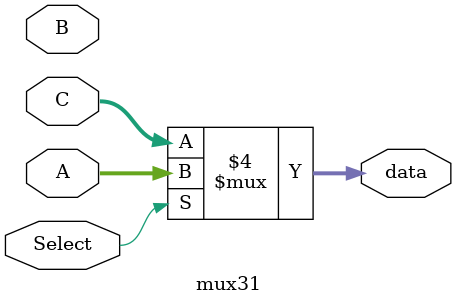
<source format=v>
module mux31 #(parameter N=32)(input [N-1:0]A,input [N-1:0]B,input [N-1:0]C,input Select,output [N-1:0]data);

assign data=(Select==2'b01)?A:(Select==2'b10)?B:C;

endmodule
</source>
